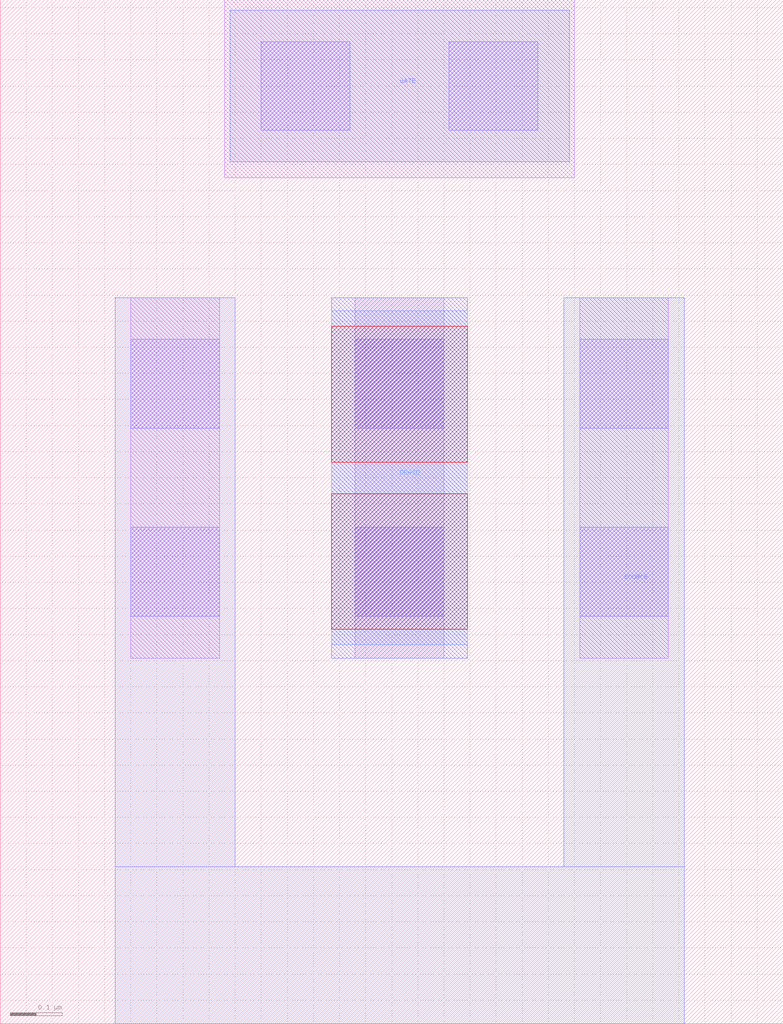
<source format=lef>
# Copyright 2020 The SkyWater PDK Authors
#
# Licensed under the Apache License, Version 2.0 (the "License");
# you may not use this file except in compliance with the License.
# You may obtain a copy of the License at
#
#     https://www.apache.org/licenses/LICENSE-2.0
#
# Unless required by applicable law or agreed to in writing, software
# distributed under the License is distributed on an "AS IS" BASIS,
# WITHOUT WARRANTIES OR CONDITIONS OF ANY KIND, either express or implied.
# See the License for the specific language governing permissions and
# limitations under the License.
#
# SPDX-License-Identifier: Apache-2.0

VERSION 5.7 ;
  NOWIREEXTENSIONATPIN ON ;
  DIVIDERCHAR "/" ;
  BUSBITCHARS "[]" ;
MACRO sky130_fd_pr__rf_pfet_01v8_mvt_aF02W0p84L0p15
  CLASS BLOCK ;
  FOREIGN sky130_fd_pr__rf_pfet_01v8_mvt_aF02W0p84L0p15 ;
  ORIGIN  0.000000  0.445000 ;
  SIZE  1.500000 BY  1.960000 ;
  PIN DRAIN
    ANTENNADIFFAREA  0.235200 ;
    PORT
      LAYER met2 ;
        RECT 0.635000 0.280000 0.895000 0.920000 ;
    END
  END DRAIN
  PIN GATE
    ANTENNAGATEAREA  0.252000 ;
    PORT
      LAYER met1 ;
        RECT 0.440000 1.205000 1.090000 1.495000 ;
    END
  END GATE
  PIN SOURCE
    ANTENNADIFFAREA  0.445200 ;
    PORT
      LAYER met1 ;
        RECT 0.220000 -0.445000 1.310000 -0.145000 ;
        RECT 0.220000 -0.145000 0.450000  0.945000 ;
        RECT 1.080000 -0.145000 1.310000  0.945000 ;
    END
  END SOURCE
  OBS
    LAYER li1 ;
      RECT 0.250000 0.255000 0.420000 0.945000 ;
      RECT 0.430000 1.175000 1.100000 1.515000 ;
      RECT 0.680000 0.255000 0.850000 0.945000 ;
      RECT 1.110000 0.255000 1.280000 0.945000 ;
    LAYER mcon ;
      RECT 0.250000 0.335000 0.420000 0.505000 ;
      RECT 0.250000 0.695000 0.420000 0.865000 ;
      RECT 0.500000 1.265000 0.670000 1.435000 ;
      RECT 0.680000 0.335000 0.850000 0.505000 ;
      RECT 0.680000 0.695000 0.850000 0.865000 ;
      RECT 0.860000 1.265000 1.030000 1.435000 ;
      RECT 1.110000 0.335000 1.280000 0.505000 ;
      RECT 1.110000 0.695000 1.280000 0.865000 ;
    LAYER met1 ;
      RECT 0.635000 0.255000 0.895000 0.945000 ;
    LAYER via ;
      RECT 0.635000 0.310000 0.895000 0.570000 ;
      RECT 0.635000 0.630000 0.895000 0.890000 ;
  END
END sky130_fd_pr__rf_pfet_01v8_mvt_aF02W0p84L0p15
END LIBRARY

</source>
